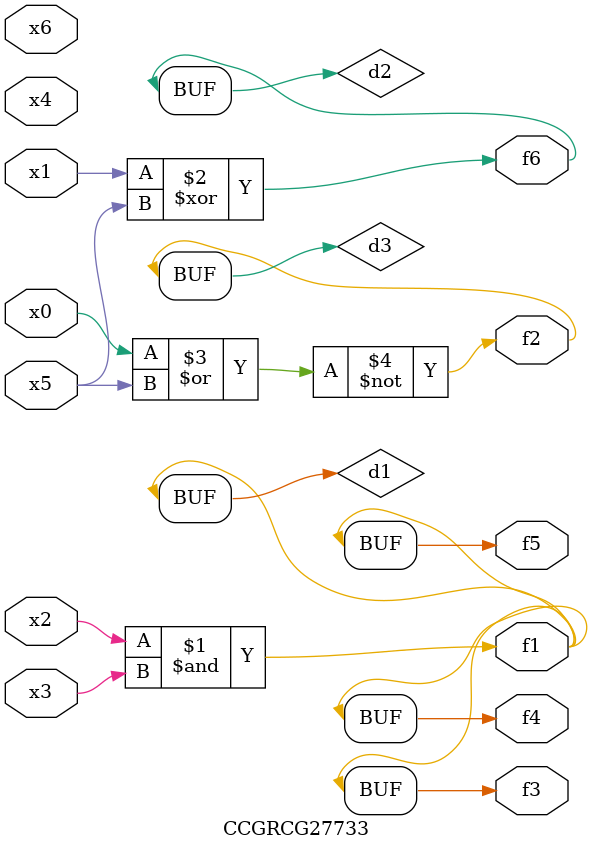
<source format=v>
module CCGRCG27733(
	input x0, x1, x2, x3, x4, x5, x6,
	output f1, f2, f3, f4, f5, f6
);

	wire d1, d2, d3;

	and (d1, x2, x3);
	xor (d2, x1, x5);
	nor (d3, x0, x5);
	assign f1 = d1;
	assign f2 = d3;
	assign f3 = d1;
	assign f4 = d1;
	assign f5 = d1;
	assign f6 = d2;
endmodule

</source>
